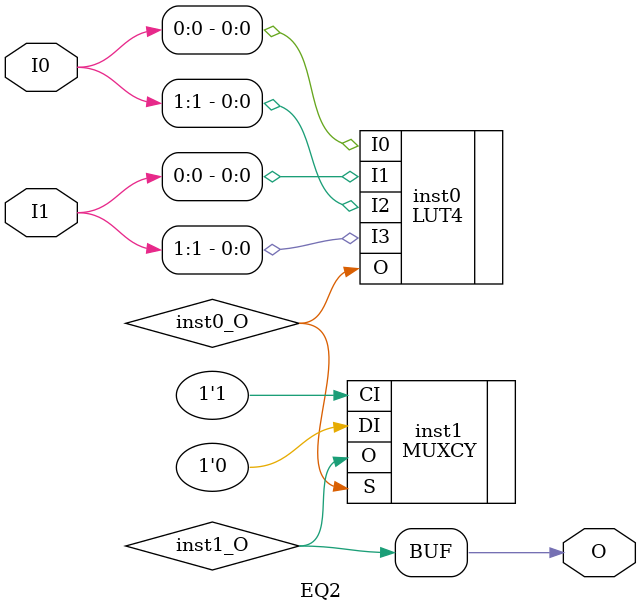
<source format=v>
module EQ2 (input [1:0] I0, input [1:0] I1, output  O);
wire  inst0_O;
wire  inst1_O;
LUT4 #(.INIT(16'h9009)) inst0 (.I0(I0[0]), .I1(I1[0]), .I2(I0[1]), .I3(I1[1]), .O(inst0_O));
MUXCY inst1 (.DI(1'b0), .CI(1'b1), .S(inst0_O), .O(inst1_O));
assign O = inst1_O;
endmodule


</source>
